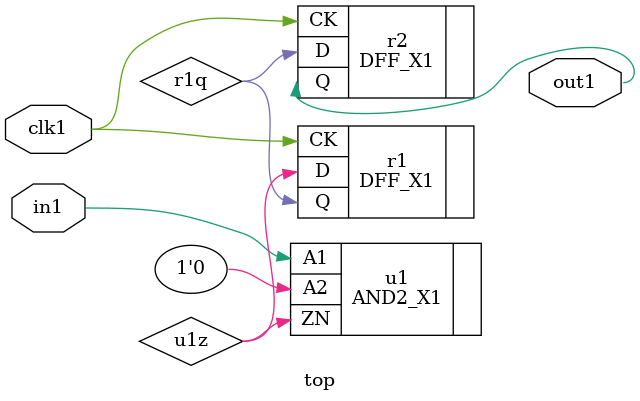
<source format=v>
module top (in1, clk1, out1);
  input in1, clk1;
  output out1;

  AND2_X1 u1 (.A1(in1), .A2(1'b0), .ZN(u1z));
  DFF_X1 r1 (.D(u1z), .CK(clk1), .Q(r1q));
  DFF_X1 r2 (.D(r1q), .CK(clk1), .Q(out1));
endmodule // top

</source>
